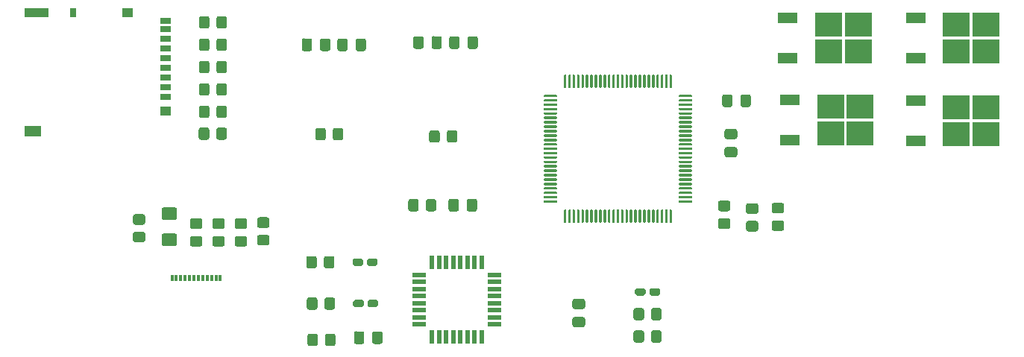
<source format=gbr>
%TF.GenerationSoftware,KiCad,Pcbnew,(5.1.9)-1*%
%TF.CreationDate,2021-03-02T01:46:48-05:00*%
%TF.ProjectId,sailboatController,7361696c-626f-4617-9443-6f6e74726f6c,rev?*%
%TF.SameCoordinates,Original*%
%TF.FileFunction,Paste,Top*%
%TF.FilePolarity,Positive*%
%FSLAX46Y46*%
G04 Gerber Fmt 4.6, Leading zero omitted, Abs format (unit mm)*
G04 Created by KiCad (PCBNEW (5.1.9)-1) date 2021-03-02 01:46:48*
%MOMM*%
%LPD*%
G01*
G04 APERTURE LIST*
%ADD10R,3.050000X2.750000*%
%ADD11R,2.200000X1.200000*%
%ADD12R,0.550000X1.600000*%
%ADD13R,1.600000X0.550000*%
%ADD14R,1.900000X1.300000*%
%ADD15R,2.800000X1.000000*%
%ADD16R,0.800000X1.000000*%
%ADD17R,1.200000X1.000000*%
%ADD18R,1.200000X0.700000*%
%ADD19R,0.300000X0.700000*%
G04 APERTURE END LIST*
%TO.C,C12*%
G36*
G01*
X83787000Y-26728000D02*
X82837000Y-26728000D01*
G75*
G02*
X82587000Y-26478000I0J250000D01*
G01*
X82587000Y-25803000D01*
G75*
G02*
X82837000Y-25553000I250000J0D01*
G01*
X83787000Y-25553000D01*
G75*
G02*
X84037000Y-25803000I0J-250000D01*
G01*
X84037000Y-26478000D01*
G75*
G02*
X83787000Y-26728000I-250000J0D01*
G01*
G37*
G36*
G01*
X83787000Y-28803000D02*
X82837000Y-28803000D01*
G75*
G02*
X82587000Y-28553000I0J250000D01*
G01*
X82587000Y-27878000D01*
G75*
G02*
X82837000Y-27628000I250000J0D01*
G01*
X83787000Y-27628000D01*
G75*
G02*
X84037000Y-27878000I0J-250000D01*
G01*
X84037000Y-28553000D01*
G75*
G02*
X83787000Y-28803000I-250000J0D01*
G01*
G37*
%TD*%
%TO.C,C3*%
G36*
G01*
X66515000Y-48107000D02*
X65565000Y-48107000D01*
G75*
G02*
X65315000Y-47857000I0J250000D01*
G01*
X65315000Y-47182000D01*
G75*
G02*
X65565000Y-46932000I250000J0D01*
G01*
X66515000Y-46932000D01*
G75*
G02*
X66765000Y-47182000I0J-250000D01*
G01*
X66765000Y-47857000D01*
G75*
G02*
X66515000Y-48107000I-250000J0D01*
G01*
G37*
G36*
G01*
X66515000Y-46032000D02*
X65565000Y-46032000D01*
G75*
G02*
X65315000Y-45782000I0J250000D01*
G01*
X65315000Y-45107000D01*
G75*
G02*
X65565000Y-44857000I250000J0D01*
G01*
X66515000Y-44857000D01*
G75*
G02*
X66765000Y-45107000I0J-250000D01*
G01*
X66765000Y-45782000D01*
G75*
G02*
X66515000Y-46032000I-250000J0D01*
G01*
G37*
%TD*%
D10*
%TO.C,U7*%
X94405000Y-16764000D03*
X97755000Y-13714000D03*
X94405000Y-13714000D03*
X97755000Y-16764000D03*
D11*
X89780000Y-17519000D03*
X89780000Y-12959000D03*
%TD*%
D10*
%TO.C,U6*%
X94624000Y-26037000D03*
X97974000Y-22987000D03*
X94624000Y-22987000D03*
X97974000Y-26037000D03*
D11*
X89999000Y-26792000D03*
X89999000Y-22232000D03*
%TD*%
D10*
%TO.C,U5*%
X108918000Y-16764000D03*
X112268000Y-13714000D03*
X108918000Y-13714000D03*
X112268000Y-16764000D03*
D11*
X104293000Y-17519000D03*
X104293000Y-12959000D03*
%TD*%
%TO.C,U4*%
G36*
G01*
X77485000Y-21663000D02*
X78810000Y-21663000D01*
G75*
G02*
X78885000Y-21738000I0J-75000D01*
G01*
X78885000Y-21888000D01*
G75*
G02*
X78810000Y-21963000I-75000J0D01*
G01*
X77485000Y-21963000D01*
G75*
G02*
X77410000Y-21888000I0J75000D01*
G01*
X77410000Y-21738000D01*
G75*
G02*
X77485000Y-21663000I75000J0D01*
G01*
G37*
G36*
G01*
X77485000Y-22163000D02*
X78810000Y-22163000D01*
G75*
G02*
X78885000Y-22238000I0J-75000D01*
G01*
X78885000Y-22388000D01*
G75*
G02*
X78810000Y-22463000I-75000J0D01*
G01*
X77485000Y-22463000D01*
G75*
G02*
X77410000Y-22388000I0J75000D01*
G01*
X77410000Y-22238000D01*
G75*
G02*
X77485000Y-22163000I75000J0D01*
G01*
G37*
G36*
G01*
X77485000Y-22663000D02*
X78810000Y-22663000D01*
G75*
G02*
X78885000Y-22738000I0J-75000D01*
G01*
X78885000Y-22888000D01*
G75*
G02*
X78810000Y-22963000I-75000J0D01*
G01*
X77485000Y-22963000D01*
G75*
G02*
X77410000Y-22888000I0J75000D01*
G01*
X77410000Y-22738000D01*
G75*
G02*
X77485000Y-22663000I75000J0D01*
G01*
G37*
G36*
G01*
X77485000Y-23163000D02*
X78810000Y-23163000D01*
G75*
G02*
X78885000Y-23238000I0J-75000D01*
G01*
X78885000Y-23388000D01*
G75*
G02*
X78810000Y-23463000I-75000J0D01*
G01*
X77485000Y-23463000D01*
G75*
G02*
X77410000Y-23388000I0J75000D01*
G01*
X77410000Y-23238000D01*
G75*
G02*
X77485000Y-23163000I75000J0D01*
G01*
G37*
G36*
G01*
X77485000Y-23663000D02*
X78810000Y-23663000D01*
G75*
G02*
X78885000Y-23738000I0J-75000D01*
G01*
X78885000Y-23888000D01*
G75*
G02*
X78810000Y-23963000I-75000J0D01*
G01*
X77485000Y-23963000D01*
G75*
G02*
X77410000Y-23888000I0J75000D01*
G01*
X77410000Y-23738000D01*
G75*
G02*
X77485000Y-23663000I75000J0D01*
G01*
G37*
G36*
G01*
X77485000Y-24163000D02*
X78810000Y-24163000D01*
G75*
G02*
X78885000Y-24238000I0J-75000D01*
G01*
X78885000Y-24388000D01*
G75*
G02*
X78810000Y-24463000I-75000J0D01*
G01*
X77485000Y-24463000D01*
G75*
G02*
X77410000Y-24388000I0J75000D01*
G01*
X77410000Y-24238000D01*
G75*
G02*
X77485000Y-24163000I75000J0D01*
G01*
G37*
G36*
G01*
X77485000Y-24663000D02*
X78810000Y-24663000D01*
G75*
G02*
X78885000Y-24738000I0J-75000D01*
G01*
X78885000Y-24888000D01*
G75*
G02*
X78810000Y-24963000I-75000J0D01*
G01*
X77485000Y-24963000D01*
G75*
G02*
X77410000Y-24888000I0J75000D01*
G01*
X77410000Y-24738000D01*
G75*
G02*
X77485000Y-24663000I75000J0D01*
G01*
G37*
G36*
G01*
X77485000Y-25163000D02*
X78810000Y-25163000D01*
G75*
G02*
X78885000Y-25238000I0J-75000D01*
G01*
X78885000Y-25388000D01*
G75*
G02*
X78810000Y-25463000I-75000J0D01*
G01*
X77485000Y-25463000D01*
G75*
G02*
X77410000Y-25388000I0J75000D01*
G01*
X77410000Y-25238000D01*
G75*
G02*
X77485000Y-25163000I75000J0D01*
G01*
G37*
G36*
G01*
X77485000Y-25663000D02*
X78810000Y-25663000D01*
G75*
G02*
X78885000Y-25738000I0J-75000D01*
G01*
X78885000Y-25888000D01*
G75*
G02*
X78810000Y-25963000I-75000J0D01*
G01*
X77485000Y-25963000D01*
G75*
G02*
X77410000Y-25888000I0J75000D01*
G01*
X77410000Y-25738000D01*
G75*
G02*
X77485000Y-25663000I75000J0D01*
G01*
G37*
G36*
G01*
X77485000Y-26163000D02*
X78810000Y-26163000D01*
G75*
G02*
X78885000Y-26238000I0J-75000D01*
G01*
X78885000Y-26388000D01*
G75*
G02*
X78810000Y-26463000I-75000J0D01*
G01*
X77485000Y-26463000D01*
G75*
G02*
X77410000Y-26388000I0J75000D01*
G01*
X77410000Y-26238000D01*
G75*
G02*
X77485000Y-26163000I75000J0D01*
G01*
G37*
G36*
G01*
X77485000Y-26663000D02*
X78810000Y-26663000D01*
G75*
G02*
X78885000Y-26738000I0J-75000D01*
G01*
X78885000Y-26888000D01*
G75*
G02*
X78810000Y-26963000I-75000J0D01*
G01*
X77485000Y-26963000D01*
G75*
G02*
X77410000Y-26888000I0J75000D01*
G01*
X77410000Y-26738000D01*
G75*
G02*
X77485000Y-26663000I75000J0D01*
G01*
G37*
G36*
G01*
X77485000Y-27163000D02*
X78810000Y-27163000D01*
G75*
G02*
X78885000Y-27238000I0J-75000D01*
G01*
X78885000Y-27388000D01*
G75*
G02*
X78810000Y-27463000I-75000J0D01*
G01*
X77485000Y-27463000D01*
G75*
G02*
X77410000Y-27388000I0J75000D01*
G01*
X77410000Y-27238000D01*
G75*
G02*
X77485000Y-27163000I75000J0D01*
G01*
G37*
G36*
G01*
X77485000Y-27663000D02*
X78810000Y-27663000D01*
G75*
G02*
X78885000Y-27738000I0J-75000D01*
G01*
X78885000Y-27888000D01*
G75*
G02*
X78810000Y-27963000I-75000J0D01*
G01*
X77485000Y-27963000D01*
G75*
G02*
X77410000Y-27888000I0J75000D01*
G01*
X77410000Y-27738000D01*
G75*
G02*
X77485000Y-27663000I75000J0D01*
G01*
G37*
G36*
G01*
X77485000Y-28163000D02*
X78810000Y-28163000D01*
G75*
G02*
X78885000Y-28238000I0J-75000D01*
G01*
X78885000Y-28388000D01*
G75*
G02*
X78810000Y-28463000I-75000J0D01*
G01*
X77485000Y-28463000D01*
G75*
G02*
X77410000Y-28388000I0J75000D01*
G01*
X77410000Y-28238000D01*
G75*
G02*
X77485000Y-28163000I75000J0D01*
G01*
G37*
G36*
G01*
X77485000Y-28663000D02*
X78810000Y-28663000D01*
G75*
G02*
X78885000Y-28738000I0J-75000D01*
G01*
X78885000Y-28888000D01*
G75*
G02*
X78810000Y-28963000I-75000J0D01*
G01*
X77485000Y-28963000D01*
G75*
G02*
X77410000Y-28888000I0J75000D01*
G01*
X77410000Y-28738000D01*
G75*
G02*
X77485000Y-28663000I75000J0D01*
G01*
G37*
G36*
G01*
X77485000Y-29163000D02*
X78810000Y-29163000D01*
G75*
G02*
X78885000Y-29238000I0J-75000D01*
G01*
X78885000Y-29388000D01*
G75*
G02*
X78810000Y-29463000I-75000J0D01*
G01*
X77485000Y-29463000D01*
G75*
G02*
X77410000Y-29388000I0J75000D01*
G01*
X77410000Y-29238000D01*
G75*
G02*
X77485000Y-29163000I75000J0D01*
G01*
G37*
G36*
G01*
X77485000Y-29663000D02*
X78810000Y-29663000D01*
G75*
G02*
X78885000Y-29738000I0J-75000D01*
G01*
X78885000Y-29888000D01*
G75*
G02*
X78810000Y-29963000I-75000J0D01*
G01*
X77485000Y-29963000D01*
G75*
G02*
X77410000Y-29888000I0J75000D01*
G01*
X77410000Y-29738000D01*
G75*
G02*
X77485000Y-29663000I75000J0D01*
G01*
G37*
G36*
G01*
X77485000Y-30163000D02*
X78810000Y-30163000D01*
G75*
G02*
X78885000Y-30238000I0J-75000D01*
G01*
X78885000Y-30388000D01*
G75*
G02*
X78810000Y-30463000I-75000J0D01*
G01*
X77485000Y-30463000D01*
G75*
G02*
X77410000Y-30388000I0J75000D01*
G01*
X77410000Y-30238000D01*
G75*
G02*
X77485000Y-30163000I75000J0D01*
G01*
G37*
G36*
G01*
X77485000Y-30663000D02*
X78810000Y-30663000D01*
G75*
G02*
X78885000Y-30738000I0J-75000D01*
G01*
X78885000Y-30888000D01*
G75*
G02*
X78810000Y-30963000I-75000J0D01*
G01*
X77485000Y-30963000D01*
G75*
G02*
X77410000Y-30888000I0J75000D01*
G01*
X77410000Y-30738000D01*
G75*
G02*
X77485000Y-30663000I75000J0D01*
G01*
G37*
G36*
G01*
X77485000Y-31163000D02*
X78810000Y-31163000D01*
G75*
G02*
X78885000Y-31238000I0J-75000D01*
G01*
X78885000Y-31388000D01*
G75*
G02*
X78810000Y-31463000I-75000J0D01*
G01*
X77485000Y-31463000D01*
G75*
G02*
X77410000Y-31388000I0J75000D01*
G01*
X77410000Y-31238000D01*
G75*
G02*
X77485000Y-31163000I75000J0D01*
G01*
G37*
G36*
G01*
X77485000Y-31663000D02*
X78810000Y-31663000D01*
G75*
G02*
X78885000Y-31738000I0J-75000D01*
G01*
X78885000Y-31888000D01*
G75*
G02*
X78810000Y-31963000I-75000J0D01*
G01*
X77485000Y-31963000D01*
G75*
G02*
X77410000Y-31888000I0J75000D01*
G01*
X77410000Y-31738000D01*
G75*
G02*
X77485000Y-31663000I75000J0D01*
G01*
G37*
G36*
G01*
X77485000Y-32163000D02*
X78810000Y-32163000D01*
G75*
G02*
X78885000Y-32238000I0J-75000D01*
G01*
X78885000Y-32388000D01*
G75*
G02*
X78810000Y-32463000I-75000J0D01*
G01*
X77485000Y-32463000D01*
G75*
G02*
X77410000Y-32388000I0J75000D01*
G01*
X77410000Y-32238000D01*
G75*
G02*
X77485000Y-32163000I75000J0D01*
G01*
G37*
G36*
G01*
X77485000Y-32663000D02*
X78810000Y-32663000D01*
G75*
G02*
X78885000Y-32738000I0J-75000D01*
G01*
X78885000Y-32888000D01*
G75*
G02*
X78810000Y-32963000I-75000J0D01*
G01*
X77485000Y-32963000D01*
G75*
G02*
X77410000Y-32888000I0J75000D01*
G01*
X77410000Y-32738000D01*
G75*
G02*
X77485000Y-32663000I75000J0D01*
G01*
G37*
G36*
G01*
X77485000Y-33163000D02*
X78810000Y-33163000D01*
G75*
G02*
X78885000Y-33238000I0J-75000D01*
G01*
X78885000Y-33388000D01*
G75*
G02*
X78810000Y-33463000I-75000J0D01*
G01*
X77485000Y-33463000D01*
G75*
G02*
X77410000Y-33388000I0J75000D01*
G01*
X77410000Y-33238000D01*
G75*
G02*
X77485000Y-33163000I75000J0D01*
G01*
G37*
G36*
G01*
X77485000Y-33663000D02*
X78810000Y-33663000D01*
G75*
G02*
X78885000Y-33738000I0J-75000D01*
G01*
X78885000Y-33888000D01*
G75*
G02*
X78810000Y-33963000I-75000J0D01*
G01*
X77485000Y-33963000D01*
G75*
G02*
X77410000Y-33888000I0J75000D01*
G01*
X77410000Y-33738000D01*
G75*
G02*
X77485000Y-33663000I75000J0D01*
G01*
G37*
G36*
G01*
X76410000Y-34738000D02*
X76560000Y-34738000D01*
G75*
G02*
X76635000Y-34813000I0J-75000D01*
G01*
X76635000Y-36138000D01*
G75*
G02*
X76560000Y-36213000I-75000J0D01*
G01*
X76410000Y-36213000D01*
G75*
G02*
X76335000Y-36138000I0J75000D01*
G01*
X76335000Y-34813000D01*
G75*
G02*
X76410000Y-34738000I75000J0D01*
G01*
G37*
G36*
G01*
X75910000Y-34738000D02*
X76060000Y-34738000D01*
G75*
G02*
X76135000Y-34813000I0J-75000D01*
G01*
X76135000Y-36138000D01*
G75*
G02*
X76060000Y-36213000I-75000J0D01*
G01*
X75910000Y-36213000D01*
G75*
G02*
X75835000Y-36138000I0J75000D01*
G01*
X75835000Y-34813000D01*
G75*
G02*
X75910000Y-34738000I75000J0D01*
G01*
G37*
G36*
G01*
X75410000Y-34738000D02*
X75560000Y-34738000D01*
G75*
G02*
X75635000Y-34813000I0J-75000D01*
G01*
X75635000Y-36138000D01*
G75*
G02*
X75560000Y-36213000I-75000J0D01*
G01*
X75410000Y-36213000D01*
G75*
G02*
X75335000Y-36138000I0J75000D01*
G01*
X75335000Y-34813000D01*
G75*
G02*
X75410000Y-34738000I75000J0D01*
G01*
G37*
G36*
G01*
X74910000Y-34738000D02*
X75060000Y-34738000D01*
G75*
G02*
X75135000Y-34813000I0J-75000D01*
G01*
X75135000Y-36138000D01*
G75*
G02*
X75060000Y-36213000I-75000J0D01*
G01*
X74910000Y-36213000D01*
G75*
G02*
X74835000Y-36138000I0J75000D01*
G01*
X74835000Y-34813000D01*
G75*
G02*
X74910000Y-34738000I75000J0D01*
G01*
G37*
G36*
G01*
X74410000Y-34738000D02*
X74560000Y-34738000D01*
G75*
G02*
X74635000Y-34813000I0J-75000D01*
G01*
X74635000Y-36138000D01*
G75*
G02*
X74560000Y-36213000I-75000J0D01*
G01*
X74410000Y-36213000D01*
G75*
G02*
X74335000Y-36138000I0J75000D01*
G01*
X74335000Y-34813000D01*
G75*
G02*
X74410000Y-34738000I75000J0D01*
G01*
G37*
G36*
G01*
X73910000Y-34738000D02*
X74060000Y-34738000D01*
G75*
G02*
X74135000Y-34813000I0J-75000D01*
G01*
X74135000Y-36138000D01*
G75*
G02*
X74060000Y-36213000I-75000J0D01*
G01*
X73910000Y-36213000D01*
G75*
G02*
X73835000Y-36138000I0J75000D01*
G01*
X73835000Y-34813000D01*
G75*
G02*
X73910000Y-34738000I75000J0D01*
G01*
G37*
G36*
G01*
X73410000Y-34738000D02*
X73560000Y-34738000D01*
G75*
G02*
X73635000Y-34813000I0J-75000D01*
G01*
X73635000Y-36138000D01*
G75*
G02*
X73560000Y-36213000I-75000J0D01*
G01*
X73410000Y-36213000D01*
G75*
G02*
X73335000Y-36138000I0J75000D01*
G01*
X73335000Y-34813000D01*
G75*
G02*
X73410000Y-34738000I75000J0D01*
G01*
G37*
G36*
G01*
X72910000Y-34738000D02*
X73060000Y-34738000D01*
G75*
G02*
X73135000Y-34813000I0J-75000D01*
G01*
X73135000Y-36138000D01*
G75*
G02*
X73060000Y-36213000I-75000J0D01*
G01*
X72910000Y-36213000D01*
G75*
G02*
X72835000Y-36138000I0J75000D01*
G01*
X72835000Y-34813000D01*
G75*
G02*
X72910000Y-34738000I75000J0D01*
G01*
G37*
G36*
G01*
X72410000Y-34738000D02*
X72560000Y-34738000D01*
G75*
G02*
X72635000Y-34813000I0J-75000D01*
G01*
X72635000Y-36138000D01*
G75*
G02*
X72560000Y-36213000I-75000J0D01*
G01*
X72410000Y-36213000D01*
G75*
G02*
X72335000Y-36138000I0J75000D01*
G01*
X72335000Y-34813000D01*
G75*
G02*
X72410000Y-34738000I75000J0D01*
G01*
G37*
G36*
G01*
X71910000Y-34738000D02*
X72060000Y-34738000D01*
G75*
G02*
X72135000Y-34813000I0J-75000D01*
G01*
X72135000Y-36138000D01*
G75*
G02*
X72060000Y-36213000I-75000J0D01*
G01*
X71910000Y-36213000D01*
G75*
G02*
X71835000Y-36138000I0J75000D01*
G01*
X71835000Y-34813000D01*
G75*
G02*
X71910000Y-34738000I75000J0D01*
G01*
G37*
G36*
G01*
X71410000Y-34738000D02*
X71560000Y-34738000D01*
G75*
G02*
X71635000Y-34813000I0J-75000D01*
G01*
X71635000Y-36138000D01*
G75*
G02*
X71560000Y-36213000I-75000J0D01*
G01*
X71410000Y-36213000D01*
G75*
G02*
X71335000Y-36138000I0J75000D01*
G01*
X71335000Y-34813000D01*
G75*
G02*
X71410000Y-34738000I75000J0D01*
G01*
G37*
G36*
G01*
X70910000Y-34738000D02*
X71060000Y-34738000D01*
G75*
G02*
X71135000Y-34813000I0J-75000D01*
G01*
X71135000Y-36138000D01*
G75*
G02*
X71060000Y-36213000I-75000J0D01*
G01*
X70910000Y-36213000D01*
G75*
G02*
X70835000Y-36138000I0J75000D01*
G01*
X70835000Y-34813000D01*
G75*
G02*
X70910000Y-34738000I75000J0D01*
G01*
G37*
G36*
G01*
X70410000Y-34738000D02*
X70560000Y-34738000D01*
G75*
G02*
X70635000Y-34813000I0J-75000D01*
G01*
X70635000Y-36138000D01*
G75*
G02*
X70560000Y-36213000I-75000J0D01*
G01*
X70410000Y-36213000D01*
G75*
G02*
X70335000Y-36138000I0J75000D01*
G01*
X70335000Y-34813000D01*
G75*
G02*
X70410000Y-34738000I75000J0D01*
G01*
G37*
G36*
G01*
X69910000Y-34738000D02*
X70060000Y-34738000D01*
G75*
G02*
X70135000Y-34813000I0J-75000D01*
G01*
X70135000Y-36138000D01*
G75*
G02*
X70060000Y-36213000I-75000J0D01*
G01*
X69910000Y-36213000D01*
G75*
G02*
X69835000Y-36138000I0J75000D01*
G01*
X69835000Y-34813000D01*
G75*
G02*
X69910000Y-34738000I75000J0D01*
G01*
G37*
G36*
G01*
X69410000Y-34738000D02*
X69560000Y-34738000D01*
G75*
G02*
X69635000Y-34813000I0J-75000D01*
G01*
X69635000Y-36138000D01*
G75*
G02*
X69560000Y-36213000I-75000J0D01*
G01*
X69410000Y-36213000D01*
G75*
G02*
X69335000Y-36138000I0J75000D01*
G01*
X69335000Y-34813000D01*
G75*
G02*
X69410000Y-34738000I75000J0D01*
G01*
G37*
G36*
G01*
X68910000Y-34738000D02*
X69060000Y-34738000D01*
G75*
G02*
X69135000Y-34813000I0J-75000D01*
G01*
X69135000Y-36138000D01*
G75*
G02*
X69060000Y-36213000I-75000J0D01*
G01*
X68910000Y-36213000D01*
G75*
G02*
X68835000Y-36138000I0J75000D01*
G01*
X68835000Y-34813000D01*
G75*
G02*
X68910000Y-34738000I75000J0D01*
G01*
G37*
G36*
G01*
X68410000Y-34738000D02*
X68560000Y-34738000D01*
G75*
G02*
X68635000Y-34813000I0J-75000D01*
G01*
X68635000Y-36138000D01*
G75*
G02*
X68560000Y-36213000I-75000J0D01*
G01*
X68410000Y-36213000D01*
G75*
G02*
X68335000Y-36138000I0J75000D01*
G01*
X68335000Y-34813000D01*
G75*
G02*
X68410000Y-34738000I75000J0D01*
G01*
G37*
G36*
G01*
X67910000Y-34738000D02*
X68060000Y-34738000D01*
G75*
G02*
X68135000Y-34813000I0J-75000D01*
G01*
X68135000Y-36138000D01*
G75*
G02*
X68060000Y-36213000I-75000J0D01*
G01*
X67910000Y-36213000D01*
G75*
G02*
X67835000Y-36138000I0J75000D01*
G01*
X67835000Y-34813000D01*
G75*
G02*
X67910000Y-34738000I75000J0D01*
G01*
G37*
G36*
G01*
X67410000Y-34738000D02*
X67560000Y-34738000D01*
G75*
G02*
X67635000Y-34813000I0J-75000D01*
G01*
X67635000Y-36138000D01*
G75*
G02*
X67560000Y-36213000I-75000J0D01*
G01*
X67410000Y-36213000D01*
G75*
G02*
X67335000Y-36138000I0J75000D01*
G01*
X67335000Y-34813000D01*
G75*
G02*
X67410000Y-34738000I75000J0D01*
G01*
G37*
G36*
G01*
X66910000Y-34738000D02*
X67060000Y-34738000D01*
G75*
G02*
X67135000Y-34813000I0J-75000D01*
G01*
X67135000Y-36138000D01*
G75*
G02*
X67060000Y-36213000I-75000J0D01*
G01*
X66910000Y-36213000D01*
G75*
G02*
X66835000Y-36138000I0J75000D01*
G01*
X66835000Y-34813000D01*
G75*
G02*
X66910000Y-34738000I75000J0D01*
G01*
G37*
G36*
G01*
X66410000Y-34738000D02*
X66560000Y-34738000D01*
G75*
G02*
X66635000Y-34813000I0J-75000D01*
G01*
X66635000Y-36138000D01*
G75*
G02*
X66560000Y-36213000I-75000J0D01*
G01*
X66410000Y-36213000D01*
G75*
G02*
X66335000Y-36138000I0J75000D01*
G01*
X66335000Y-34813000D01*
G75*
G02*
X66410000Y-34738000I75000J0D01*
G01*
G37*
G36*
G01*
X65910000Y-34738000D02*
X66060000Y-34738000D01*
G75*
G02*
X66135000Y-34813000I0J-75000D01*
G01*
X66135000Y-36138000D01*
G75*
G02*
X66060000Y-36213000I-75000J0D01*
G01*
X65910000Y-36213000D01*
G75*
G02*
X65835000Y-36138000I0J75000D01*
G01*
X65835000Y-34813000D01*
G75*
G02*
X65910000Y-34738000I75000J0D01*
G01*
G37*
G36*
G01*
X65410000Y-34738000D02*
X65560000Y-34738000D01*
G75*
G02*
X65635000Y-34813000I0J-75000D01*
G01*
X65635000Y-36138000D01*
G75*
G02*
X65560000Y-36213000I-75000J0D01*
G01*
X65410000Y-36213000D01*
G75*
G02*
X65335000Y-36138000I0J75000D01*
G01*
X65335000Y-34813000D01*
G75*
G02*
X65410000Y-34738000I75000J0D01*
G01*
G37*
G36*
G01*
X64910000Y-34738000D02*
X65060000Y-34738000D01*
G75*
G02*
X65135000Y-34813000I0J-75000D01*
G01*
X65135000Y-36138000D01*
G75*
G02*
X65060000Y-36213000I-75000J0D01*
G01*
X64910000Y-36213000D01*
G75*
G02*
X64835000Y-36138000I0J75000D01*
G01*
X64835000Y-34813000D01*
G75*
G02*
X64910000Y-34738000I75000J0D01*
G01*
G37*
G36*
G01*
X64410000Y-34738000D02*
X64560000Y-34738000D01*
G75*
G02*
X64635000Y-34813000I0J-75000D01*
G01*
X64635000Y-36138000D01*
G75*
G02*
X64560000Y-36213000I-75000J0D01*
G01*
X64410000Y-36213000D01*
G75*
G02*
X64335000Y-36138000I0J75000D01*
G01*
X64335000Y-34813000D01*
G75*
G02*
X64410000Y-34738000I75000J0D01*
G01*
G37*
G36*
G01*
X62160000Y-33663000D02*
X63485000Y-33663000D01*
G75*
G02*
X63560000Y-33738000I0J-75000D01*
G01*
X63560000Y-33888000D01*
G75*
G02*
X63485000Y-33963000I-75000J0D01*
G01*
X62160000Y-33963000D01*
G75*
G02*
X62085000Y-33888000I0J75000D01*
G01*
X62085000Y-33738000D01*
G75*
G02*
X62160000Y-33663000I75000J0D01*
G01*
G37*
G36*
G01*
X62160000Y-33163000D02*
X63485000Y-33163000D01*
G75*
G02*
X63560000Y-33238000I0J-75000D01*
G01*
X63560000Y-33388000D01*
G75*
G02*
X63485000Y-33463000I-75000J0D01*
G01*
X62160000Y-33463000D01*
G75*
G02*
X62085000Y-33388000I0J75000D01*
G01*
X62085000Y-33238000D01*
G75*
G02*
X62160000Y-33163000I75000J0D01*
G01*
G37*
G36*
G01*
X62160000Y-32663000D02*
X63485000Y-32663000D01*
G75*
G02*
X63560000Y-32738000I0J-75000D01*
G01*
X63560000Y-32888000D01*
G75*
G02*
X63485000Y-32963000I-75000J0D01*
G01*
X62160000Y-32963000D01*
G75*
G02*
X62085000Y-32888000I0J75000D01*
G01*
X62085000Y-32738000D01*
G75*
G02*
X62160000Y-32663000I75000J0D01*
G01*
G37*
G36*
G01*
X62160000Y-32163000D02*
X63485000Y-32163000D01*
G75*
G02*
X63560000Y-32238000I0J-75000D01*
G01*
X63560000Y-32388000D01*
G75*
G02*
X63485000Y-32463000I-75000J0D01*
G01*
X62160000Y-32463000D01*
G75*
G02*
X62085000Y-32388000I0J75000D01*
G01*
X62085000Y-32238000D01*
G75*
G02*
X62160000Y-32163000I75000J0D01*
G01*
G37*
G36*
G01*
X62160000Y-31663000D02*
X63485000Y-31663000D01*
G75*
G02*
X63560000Y-31738000I0J-75000D01*
G01*
X63560000Y-31888000D01*
G75*
G02*
X63485000Y-31963000I-75000J0D01*
G01*
X62160000Y-31963000D01*
G75*
G02*
X62085000Y-31888000I0J75000D01*
G01*
X62085000Y-31738000D01*
G75*
G02*
X62160000Y-31663000I75000J0D01*
G01*
G37*
G36*
G01*
X62160000Y-31163000D02*
X63485000Y-31163000D01*
G75*
G02*
X63560000Y-31238000I0J-75000D01*
G01*
X63560000Y-31388000D01*
G75*
G02*
X63485000Y-31463000I-75000J0D01*
G01*
X62160000Y-31463000D01*
G75*
G02*
X62085000Y-31388000I0J75000D01*
G01*
X62085000Y-31238000D01*
G75*
G02*
X62160000Y-31163000I75000J0D01*
G01*
G37*
G36*
G01*
X62160000Y-30663000D02*
X63485000Y-30663000D01*
G75*
G02*
X63560000Y-30738000I0J-75000D01*
G01*
X63560000Y-30888000D01*
G75*
G02*
X63485000Y-30963000I-75000J0D01*
G01*
X62160000Y-30963000D01*
G75*
G02*
X62085000Y-30888000I0J75000D01*
G01*
X62085000Y-30738000D01*
G75*
G02*
X62160000Y-30663000I75000J0D01*
G01*
G37*
G36*
G01*
X62160000Y-30163000D02*
X63485000Y-30163000D01*
G75*
G02*
X63560000Y-30238000I0J-75000D01*
G01*
X63560000Y-30388000D01*
G75*
G02*
X63485000Y-30463000I-75000J0D01*
G01*
X62160000Y-30463000D01*
G75*
G02*
X62085000Y-30388000I0J75000D01*
G01*
X62085000Y-30238000D01*
G75*
G02*
X62160000Y-30163000I75000J0D01*
G01*
G37*
G36*
G01*
X62160000Y-29663000D02*
X63485000Y-29663000D01*
G75*
G02*
X63560000Y-29738000I0J-75000D01*
G01*
X63560000Y-29888000D01*
G75*
G02*
X63485000Y-29963000I-75000J0D01*
G01*
X62160000Y-29963000D01*
G75*
G02*
X62085000Y-29888000I0J75000D01*
G01*
X62085000Y-29738000D01*
G75*
G02*
X62160000Y-29663000I75000J0D01*
G01*
G37*
G36*
G01*
X62160000Y-29163000D02*
X63485000Y-29163000D01*
G75*
G02*
X63560000Y-29238000I0J-75000D01*
G01*
X63560000Y-29388000D01*
G75*
G02*
X63485000Y-29463000I-75000J0D01*
G01*
X62160000Y-29463000D01*
G75*
G02*
X62085000Y-29388000I0J75000D01*
G01*
X62085000Y-29238000D01*
G75*
G02*
X62160000Y-29163000I75000J0D01*
G01*
G37*
G36*
G01*
X62160000Y-28663000D02*
X63485000Y-28663000D01*
G75*
G02*
X63560000Y-28738000I0J-75000D01*
G01*
X63560000Y-28888000D01*
G75*
G02*
X63485000Y-28963000I-75000J0D01*
G01*
X62160000Y-28963000D01*
G75*
G02*
X62085000Y-28888000I0J75000D01*
G01*
X62085000Y-28738000D01*
G75*
G02*
X62160000Y-28663000I75000J0D01*
G01*
G37*
G36*
G01*
X62160000Y-28163000D02*
X63485000Y-28163000D01*
G75*
G02*
X63560000Y-28238000I0J-75000D01*
G01*
X63560000Y-28388000D01*
G75*
G02*
X63485000Y-28463000I-75000J0D01*
G01*
X62160000Y-28463000D01*
G75*
G02*
X62085000Y-28388000I0J75000D01*
G01*
X62085000Y-28238000D01*
G75*
G02*
X62160000Y-28163000I75000J0D01*
G01*
G37*
G36*
G01*
X62160000Y-27663000D02*
X63485000Y-27663000D01*
G75*
G02*
X63560000Y-27738000I0J-75000D01*
G01*
X63560000Y-27888000D01*
G75*
G02*
X63485000Y-27963000I-75000J0D01*
G01*
X62160000Y-27963000D01*
G75*
G02*
X62085000Y-27888000I0J75000D01*
G01*
X62085000Y-27738000D01*
G75*
G02*
X62160000Y-27663000I75000J0D01*
G01*
G37*
G36*
G01*
X62160000Y-27163000D02*
X63485000Y-27163000D01*
G75*
G02*
X63560000Y-27238000I0J-75000D01*
G01*
X63560000Y-27388000D01*
G75*
G02*
X63485000Y-27463000I-75000J0D01*
G01*
X62160000Y-27463000D01*
G75*
G02*
X62085000Y-27388000I0J75000D01*
G01*
X62085000Y-27238000D01*
G75*
G02*
X62160000Y-27163000I75000J0D01*
G01*
G37*
G36*
G01*
X62160000Y-26663000D02*
X63485000Y-26663000D01*
G75*
G02*
X63560000Y-26738000I0J-75000D01*
G01*
X63560000Y-26888000D01*
G75*
G02*
X63485000Y-26963000I-75000J0D01*
G01*
X62160000Y-26963000D01*
G75*
G02*
X62085000Y-26888000I0J75000D01*
G01*
X62085000Y-26738000D01*
G75*
G02*
X62160000Y-26663000I75000J0D01*
G01*
G37*
G36*
G01*
X62160000Y-26163000D02*
X63485000Y-26163000D01*
G75*
G02*
X63560000Y-26238000I0J-75000D01*
G01*
X63560000Y-26388000D01*
G75*
G02*
X63485000Y-26463000I-75000J0D01*
G01*
X62160000Y-26463000D01*
G75*
G02*
X62085000Y-26388000I0J75000D01*
G01*
X62085000Y-26238000D01*
G75*
G02*
X62160000Y-26163000I75000J0D01*
G01*
G37*
G36*
G01*
X62160000Y-25663000D02*
X63485000Y-25663000D01*
G75*
G02*
X63560000Y-25738000I0J-75000D01*
G01*
X63560000Y-25888000D01*
G75*
G02*
X63485000Y-25963000I-75000J0D01*
G01*
X62160000Y-25963000D01*
G75*
G02*
X62085000Y-25888000I0J75000D01*
G01*
X62085000Y-25738000D01*
G75*
G02*
X62160000Y-25663000I75000J0D01*
G01*
G37*
G36*
G01*
X62160000Y-25163000D02*
X63485000Y-25163000D01*
G75*
G02*
X63560000Y-25238000I0J-75000D01*
G01*
X63560000Y-25388000D01*
G75*
G02*
X63485000Y-25463000I-75000J0D01*
G01*
X62160000Y-25463000D01*
G75*
G02*
X62085000Y-25388000I0J75000D01*
G01*
X62085000Y-25238000D01*
G75*
G02*
X62160000Y-25163000I75000J0D01*
G01*
G37*
G36*
G01*
X62160000Y-24663000D02*
X63485000Y-24663000D01*
G75*
G02*
X63560000Y-24738000I0J-75000D01*
G01*
X63560000Y-24888000D01*
G75*
G02*
X63485000Y-24963000I-75000J0D01*
G01*
X62160000Y-24963000D01*
G75*
G02*
X62085000Y-24888000I0J75000D01*
G01*
X62085000Y-24738000D01*
G75*
G02*
X62160000Y-24663000I75000J0D01*
G01*
G37*
G36*
G01*
X62160000Y-24163000D02*
X63485000Y-24163000D01*
G75*
G02*
X63560000Y-24238000I0J-75000D01*
G01*
X63560000Y-24388000D01*
G75*
G02*
X63485000Y-24463000I-75000J0D01*
G01*
X62160000Y-24463000D01*
G75*
G02*
X62085000Y-24388000I0J75000D01*
G01*
X62085000Y-24238000D01*
G75*
G02*
X62160000Y-24163000I75000J0D01*
G01*
G37*
G36*
G01*
X62160000Y-23663000D02*
X63485000Y-23663000D01*
G75*
G02*
X63560000Y-23738000I0J-75000D01*
G01*
X63560000Y-23888000D01*
G75*
G02*
X63485000Y-23963000I-75000J0D01*
G01*
X62160000Y-23963000D01*
G75*
G02*
X62085000Y-23888000I0J75000D01*
G01*
X62085000Y-23738000D01*
G75*
G02*
X62160000Y-23663000I75000J0D01*
G01*
G37*
G36*
G01*
X62160000Y-23163000D02*
X63485000Y-23163000D01*
G75*
G02*
X63560000Y-23238000I0J-75000D01*
G01*
X63560000Y-23388000D01*
G75*
G02*
X63485000Y-23463000I-75000J0D01*
G01*
X62160000Y-23463000D01*
G75*
G02*
X62085000Y-23388000I0J75000D01*
G01*
X62085000Y-23238000D01*
G75*
G02*
X62160000Y-23163000I75000J0D01*
G01*
G37*
G36*
G01*
X62160000Y-22663000D02*
X63485000Y-22663000D01*
G75*
G02*
X63560000Y-22738000I0J-75000D01*
G01*
X63560000Y-22888000D01*
G75*
G02*
X63485000Y-22963000I-75000J0D01*
G01*
X62160000Y-22963000D01*
G75*
G02*
X62085000Y-22888000I0J75000D01*
G01*
X62085000Y-22738000D01*
G75*
G02*
X62160000Y-22663000I75000J0D01*
G01*
G37*
G36*
G01*
X62160000Y-22163000D02*
X63485000Y-22163000D01*
G75*
G02*
X63560000Y-22238000I0J-75000D01*
G01*
X63560000Y-22388000D01*
G75*
G02*
X63485000Y-22463000I-75000J0D01*
G01*
X62160000Y-22463000D01*
G75*
G02*
X62085000Y-22388000I0J75000D01*
G01*
X62085000Y-22238000D01*
G75*
G02*
X62160000Y-22163000I75000J0D01*
G01*
G37*
G36*
G01*
X62160000Y-21663000D02*
X63485000Y-21663000D01*
G75*
G02*
X63560000Y-21738000I0J-75000D01*
G01*
X63560000Y-21888000D01*
G75*
G02*
X63485000Y-21963000I-75000J0D01*
G01*
X62160000Y-21963000D01*
G75*
G02*
X62085000Y-21888000I0J75000D01*
G01*
X62085000Y-21738000D01*
G75*
G02*
X62160000Y-21663000I75000J0D01*
G01*
G37*
G36*
G01*
X64410000Y-19413000D02*
X64560000Y-19413000D01*
G75*
G02*
X64635000Y-19488000I0J-75000D01*
G01*
X64635000Y-20813000D01*
G75*
G02*
X64560000Y-20888000I-75000J0D01*
G01*
X64410000Y-20888000D01*
G75*
G02*
X64335000Y-20813000I0J75000D01*
G01*
X64335000Y-19488000D01*
G75*
G02*
X64410000Y-19413000I75000J0D01*
G01*
G37*
G36*
G01*
X64910000Y-19413000D02*
X65060000Y-19413000D01*
G75*
G02*
X65135000Y-19488000I0J-75000D01*
G01*
X65135000Y-20813000D01*
G75*
G02*
X65060000Y-20888000I-75000J0D01*
G01*
X64910000Y-20888000D01*
G75*
G02*
X64835000Y-20813000I0J75000D01*
G01*
X64835000Y-19488000D01*
G75*
G02*
X64910000Y-19413000I75000J0D01*
G01*
G37*
G36*
G01*
X65410000Y-19413000D02*
X65560000Y-19413000D01*
G75*
G02*
X65635000Y-19488000I0J-75000D01*
G01*
X65635000Y-20813000D01*
G75*
G02*
X65560000Y-20888000I-75000J0D01*
G01*
X65410000Y-20888000D01*
G75*
G02*
X65335000Y-20813000I0J75000D01*
G01*
X65335000Y-19488000D01*
G75*
G02*
X65410000Y-19413000I75000J0D01*
G01*
G37*
G36*
G01*
X65910000Y-19413000D02*
X66060000Y-19413000D01*
G75*
G02*
X66135000Y-19488000I0J-75000D01*
G01*
X66135000Y-20813000D01*
G75*
G02*
X66060000Y-20888000I-75000J0D01*
G01*
X65910000Y-20888000D01*
G75*
G02*
X65835000Y-20813000I0J75000D01*
G01*
X65835000Y-19488000D01*
G75*
G02*
X65910000Y-19413000I75000J0D01*
G01*
G37*
G36*
G01*
X66410000Y-19413000D02*
X66560000Y-19413000D01*
G75*
G02*
X66635000Y-19488000I0J-75000D01*
G01*
X66635000Y-20813000D01*
G75*
G02*
X66560000Y-20888000I-75000J0D01*
G01*
X66410000Y-20888000D01*
G75*
G02*
X66335000Y-20813000I0J75000D01*
G01*
X66335000Y-19488000D01*
G75*
G02*
X66410000Y-19413000I75000J0D01*
G01*
G37*
G36*
G01*
X66910000Y-19413000D02*
X67060000Y-19413000D01*
G75*
G02*
X67135000Y-19488000I0J-75000D01*
G01*
X67135000Y-20813000D01*
G75*
G02*
X67060000Y-20888000I-75000J0D01*
G01*
X66910000Y-20888000D01*
G75*
G02*
X66835000Y-20813000I0J75000D01*
G01*
X66835000Y-19488000D01*
G75*
G02*
X66910000Y-19413000I75000J0D01*
G01*
G37*
G36*
G01*
X67410000Y-19413000D02*
X67560000Y-19413000D01*
G75*
G02*
X67635000Y-19488000I0J-75000D01*
G01*
X67635000Y-20813000D01*
G75*
G02*
X67560000Y-20888000I-75000J0D01*
G01*
X67410000Y-20888000D01*
G75*
G02*
X67335000Y-20813000I0J75000D01*
G01*
X67335000Y-19488000D01*
G75*
G02*
X67410000Y-19413000I75000J0D01*
G01*
G37*
G36*
G01*
X67910000Y-19413000D02*
X68060000Y-19413000D01*
G75*
G02*
X68135000Y-19488000I0J-75000D01*
G01*
X68135000Y-20813000D01*
G75*
G02*
X68060000Y-20888000I-75000J0D01*
G01*
X67910000Y-20888000D01*
G75*
G02*
X67835000Y-20813000I0J75000D01*
G01*
X67835000Y-19488000D01*
G75*
G02*
X67910000Y-19413000I75000J0D01*
G01*
G37*
G36*
G01*
X68410000Y-19413000D02*
X68560000Y-19413000D01*
G75*
G02*
X68635000Y-19488000I0J-75000D01*
G01*
X68635000Y-20813000D01*
G75*
G02*
X68560000Y-20888000I-75000J0D01*
G01*
X68410000Y-20888000D01*
G75*
G02*
X68335000Y-20813000I0J75000D01*
G01*
X68335000Y-19488000D01*
G75*
G02*
X68410000Y-19413000I75000J0D01*
G01*
G37*
G36*
G01*
X68910000Y-19413000D02*
X69060000Y-19413000D01*
G75*
G02*
X69135000Y-19488000I0J-75000D01*
G01*
X69135000Y-20813000D01*
G75*
G02*
X69060000Y-20888000I-75000J0D01*
G01*
X68910000Y-20888000D01*
G75*
G02*
X68835000Y-20813000I0J75000D01*
G01*
X68835000Y-19488000D01*
G75*
G02*
X68910000Y-19413000I75000J0D01*
G01*
G37*
G36*
G01*
X69410000Y-19413000D02*
X69560000Y-19413000D01*
G75*
G02*
X69635000Y-19488000I0J-75000D01*
G01*
X69635000Y-20813000D01*
G75*
G02*
X69560000Y-20888000I-75000J0D01*
G01*
X69410000Y-20888000D01*
G75*
G02*
X69335000Y-20813000I0J75000D01*
G01*
X69335000Y-19488000D01*
G75*
G02*
X69410000Y-19413000I75000J0D01*
G01*
G37*
G36*
G01*
X69910000Y-19413000D02*
X70060000Y-19413000D01*
G75*
G02*
X70135000Y-19488000I0J-75000D01*
G01*
X70135000Y-20813000D01*
G75*
G02*
X70060000Y-20888000I-75000J0D01*
G01*
X69910000Y-20888000D01*
G75*
G02*
X69835000Y-20813000I0J75000D01*
G01*
X69835000Y-19488000D01*
G75*
G02*
X69910000Y-19413000I75000J0D01*
G01*
G37*
G36*
G01*
X70410000Y-19413000D02*
X70560000Y-19413000D01*
G75*
G02*
X70635000Y-19488000I0J-75000D01*
G01*
X70635000Y-20813000D01*
G75*
G02*
X70560000Y-20888000I-75000J0D01*
G01*
X70410000Y-20888000D01*
G75*
G02*
X70335000Y-20813000I0J75000D01*
G01*
X70335000Y-19488000D01*
G75*
G02*
X70410000Y-19413000I75000J0D01*
G01*
G37*
G36*
G01*
X70910000Y-19413000D02*
X71060000Y-19413000D01*
G75*
G02*
X71135000Y-19488000I0J-75000D01*
G01*
X71135000Y-20813000D01*
G75*
G02*
X71060000Y-20888000I-75000J0D01*
G01*
X70910000Y-20888000D01*
G75*
G02*
X70835000Y-20813000I0J75000D01*
G01*
X70835000Y-19488000D01*
G75*
G02*
X70910000Y-19413000I75000J0D01*
G01*
G37*
G36*
G01*
X71410000Y-19413000D02*
X71560000Y-19413000D01*
G75*
G02*
X71635000Y-19488000I0J-75000D01*
G01*
X71635000Y-20813000D01*
G75*
G02*
X71560000Y-20888000I-75000J0D01*
G01*
X71410000Y-20888000D01*
G75*
G02*
X71335000Y-20813000I0J75000D01*
G01*
X71335000Y-19488000D01*
G75*
G02*
X71410000Y-19413000I75000J0D01*
G01*
G37*
G36*
G01*
X71910000Y-19413000D02*
X72060000Y-19413000D01*
G75*
G02*
X72135000Y-19488000I0J-75000D01*
G01*
X72135000Y-20813000D01*
G75*
G02*
X72060000Y-20888000I-75000J0D01*
G01*
X71910000Y-20888000D01*
G75*
G02*
X71835000Y-20813000I0J75000D01*
G01*
X71835000Y-19488000D01*
G75*
G02*
X71910000Y-19413000I75000J0D01*
G01*
G37*
G36*
G01*
X72410000Y-19413000D02*
X72560000Y-19413000D01*
G75*
G02*
X72635000Y-19488000I0J-75000D01*
G01*
X72635000Y-20813000D01*
G75*
G02*
X72560000Y-20888000I-75000J0D01*
G01*
X72410000Y-20888000D01*
G75*
G02*
X72335000Y-20813000I0J75000D01*
G01*
X72335000Y-19488000D01*
G75*
G02*
X72410000Y-19413000I75000J0D01*
G01*
G37*
G36*
G01*
X72910000Y-19413000D02*
X73060000Y-19413000D01*
G75*
G02*
X73135000Y-19488000I0J-75000D01*
G01*
X73135000Y-20813000D01*
G75*
G02*
X73060000Y-20888000I-75000J0D01*
G01*
X72910000Y-20888000D01*
G75*
G02*
X72835000Y-20813000I0J75000D01*
G01*
X72835000Y-19488000D01*
G75*
G02*
X72910000Y-19413000I75000J0D01*
G01*
G37*
G36*
G01*
X73410000Y-19413000D02*
X73560000Y-19413000D01*
G75*
G02*
X73635000Y-19488000I0J-75000D01*
G01*
X73635000Y-20813000D01*
G75*
G02*
X73560000Y-20888000I-75000J0D01*
G01*
X73410000Y-20888000D01*
G75*
G02*
X73335000Y-20813000I0J75000D01*
G01*
X73335000Y-19488000D01*
G75*
G02*
X73410000Y-19413000I75000J0D01*
G01*
G37*
G36*
G01*
X73910000Y-19413000D02*
X74060000Y-19413000D01*
G75*
G02*
X74135000Y-19488000I0J-75000D01*
G01*
X74135000Y-20813000D01*
G75*
G02*
X74060000Y-20888000I-75000J0D01*
G01*
X73910000Y-20888000D01*
G75*
G02*
X73835000Y-20813000I0J75000D01*
G01*
X73835000Y-19488000D01*
G75*
G02*
X73910000Y-19413000I75000J0D01*
G01*
G37*
G36*
G01*
X74410000Y-19413000D02*
X74560000Y-19413000D01*
G75*
G02*
X74635000Y-19488000I0J-75000D01*
G01*
X74635000Y-20813000D01*
G75*
G02*
X74560000Y-20888000I-75000J0D01*
G01*
X74410000Y-20888000D01*
G75*
G02*
X74335000Y-20813000I0J75000D01*
G01*
X74335000Y-19488000D01*
G75*
G02*
X74410000Y-19413000I75000J0D01*
G01*
G37*
G36*
G01*
X74910000Y-19413000D02*
X75060000Y-19413000D01*
G75*
G02*
X75135000Y-19488000I0J-75000D01*
G01*
X75135000Y-20813000D01*
G75*
G02*
X75060000Y-20888000I-75000J0D01*
G01*
X74910000Y-20888000D01*
G75*
G02*
X74835000Y-20813000I0J75000D01*
G01*
X74835000Y-19488000D01*
G75*
G02*
X74910000Y-19413000I75000J0D01*
G01*
G37*
G36*
G01*
X75410000Y-19413000D02*
X75560000Y-19413000D01*
G75*
G02*
X75635000Y-19488000I0J-75000D01*
G01*
X75635000Y-20813000D01*
G75*
G02*
X75560000Y-20888000I-75000J0D01*
G01*
X75410000Y-20888000D01*
G75*
G02*
X75335000Y-20813000I0J75000D01*
G01*
X75335000Y-19488000D01*
G75*
G02*
X75410000Y-19413000I75000J0D01*
G01*
G37*
G36*
G01*
X75910000Y-19413000D02*
X76060000Y-19413000D01*
G75*
G02*
X76135000Y-19488000I0J-75000D01*
G01*
X76135000Y-20813000D01*
G75*
G02*
X76060000Y-20888000I-75000J0D01*
G01*
X75910000Y-20888000D01*
G75*
G02*
X75835000Y-20813000I0J75000D01*
G01*
X75835000Y-19488000D01*
G75*
G02*
X75910000Y-19413000I75000J0D01*
G01*
G37*
G36*
G01*
X76410000Y-19413000D02*
X76560000Y-19413000D01*
G75*
G02*
X76635000Y-19488000I0J-75000D01*
G01*
X76635000Y-20813000D01*
G75*
G02*
X76560000Y-20888000I-75000J0D01*
G01*
X76410000Y-20888000D01*
G75*
G02*
X76335000Y-20813000I0J75000D01*
G01*
X76335000Y-19488000D01*
G75*
G02*
X76410000Y-19413000I75000J0D01*
G01*
G37*
%TD*%
D10*
%TO.C,U3*%
X108918000Y-26164000D03*
X112268000Y-23114000D03*
X108918000Y-23114000D03*
X112268000Y-26164000D03*
D11*
X104293000Y-26919000D03*
X104293000Y-22359000D03*
%TD*%
D12*
%TO.C,U1*%
X54997000Y-40708000D03*
X54197000Y-40708000D03*
X53397000Y-40708000D03*
X52597000Y-40708000D03*
X51797000Y-40708000D03*
X50997000Y-40708000D03*
X50197000Y-40708000D03*
X49397000Y-40708000D03*
D13*
X47947000Y-42158000D03*
X47947000Y-42958000D03*
X47947000Y-43758000D03*
X47947000Y-44558000D03*
X47947000Y-45358000D03*
X47947000Y-46158000D03*
X47947000Y-46958000D03*
X47947000Y-47758000D03*
D12*
X49397000Y-49208000D03*
X50197000Y-49208000D03*
X50997000Y-49208000D03*
X51797000Y-49208000D03*
X52597000Y-49208000D03*
X53397000Y-49208000D03*
X54197000Y-49208000D03*
X54997000Y-49208000D03*
D13*
X56447000Y-47758000D03*
X56447000Y-46958000D03*
X56447000Y-46158000D03*
X56447000Y-45358000D03*
X56447000Y-44558000D03*
X56447000Y-43758000D03*
X56447000Y-42958000D03*
X56447000Y-42158000D03*
%TD*%
%TO.C,R28*%
G36*
G01*
X73450500Y-48698999D02*
X73450500Y-49599001D01*
G75*
G02*
X73200501Y-49849000I-249999J0D01*
G01*
X72500499Y-49849000D01*
G75*
G02*
X72250500Y-49599001I0J249999D01*
G01*
X72250500Y-48698999D01*
G75*
G02*
X72500499Y-48449000I249999J0D01*
G01*
X73200501Y-48449000D01*
G75*
G02*
X73450500Y-48698999I0J-249999D01*
G01*
G37*
G36*
G01*
X75450500Y-48698999D02*
X75450500Y-49599001D01*
G75*
G02*
X75200501Y-49849000I-249999J0D01*
G01*
X74500499Y-49849000D01*
G75*
G02*
X74250500Y-49599001I0J249999D01*
G01*
X74250500Y-48698999D01*
G75*
G02*
X74500499Y-48449000I249999J0D01*
G01*
X75200501Y-48449000D01*
G75*
G02*
X75450500Y-48698999I0J-249999D01*
G01*
G37*
%TD*%
%TO.C,R27*%
G36*
G01*
X24911000Y-24072001D02*
X24911000Y-23171999D01*
G75*
G02*
X25160999Y-22922000I249999J0D01*
G01*
X25861001Y-22922000D01*
G75*
G02*
X26111000Y-23171999I0J-249999D01*
G01*
X26111000Y-24072001D01*
G75*
G02*
X25861001Y-24322000I-249999J0D01*
G01*
X25160999Y-24322000D01*
G75*
G02*
X24911000Y-24072001I0J249999D01*
G01*
G37*
G36*
G01*
X22911000Y-24072001D02*
X22911000Y-23171999D01*
G75*
G02*
X23160999Y-22922000I249999J0D01*
G01*
X23861001Y-22922000D01*
G75*
G02*
X24111000Y-23171999I0J-249999D01*
G01*
X24111000Y-24072001D01*
G75*
G02*
X23861001Y-24322000I-249999J0D01*
G01*
X23160999Y-24322000D01*
G75*
G02*
X22911000Y-24072001I0J249999D01*
G01*
G37*
%TD*%
%TO.C,R26*%
G36*
G01*
X24911000Y-18992001D02*
X24911000Y-18091999D01*
G75*
G02*
X25160999Y-17842000I249999J0D01*
G01*
X25861001Y-17842000D01*
G75*
G02*
X26111000Y-18091999I0J-249999D01*
G01*
X26111000Y-18992001D01*
G75*
G02*
X25861001Y-19242000I-249999J0D01*
G01*
X25160999Y-19242000D01*
G75*
G02*
X24911000Y-18992001I0J249999D01*
G01*
G37*
G36*
G01*
X22911000Y-18992001D02*
X22911000Y-18091999D01*
G75*
G02*
X23160999Y-17842000I249999J0D01*
G01*
X23861001Y-17842000D01*
G75*
G02*
X24111000Y-18091999I0J-249999D01*
G01*
X24111000Y-18992001D01*
G75*
G02*
X23861001Y-19242000I-249999J0D01*
G01*
X23160999Y-19242000D01*
G75*
G02*
X22911000Y-18992001I0J249999D01*
G01*
G37*
%TD*%
%TO.C,R25*%
G36*
G01*
X24911000Y-16452001D02*
X24911000Y-15551999D01*
G75*
G02*
X25160999Y-15302000I249999J0D01*
G01*
X25861001Y-15302000D01*
G75*
G02*
X26111000Y-15551999I0J-249999D01*
G01*
X26111000Y-16452001D01*
G75*
G02*
X25861001Y-16702000I-249999J0D01*
G01*
X25160999Y-16702000D01*
G75*
G02*
X24911000Y-16452001I0J249999D01*
G01*
G37*
G36*
G01*
X22911000Y-16452001D02*
X22911000Y-15551999D01*
G75*
G02*
X23160999Y-15302000I249999J0D01*
G01*
X23861001Y-15302000D01*
G75*
G02*
X24111000Y-15551999I0J-249999D01*
G01*
X24111000Y-16452001D01*
G75*
G02*
X23861001Y-16702000I-249999J0D01*
G01*
X23160999Y-16702000D01*
G75*
G02*
X22911000Y-16452001I0J249999D01*
G01*
G37*
%TD*%
%TO.C,R24*%
G36*
G01*
X24111000Y-13011999D02*
X24111000Y-13912001D01*
G75*
G02*
X23861001Y-14162000I-249999J0D01*
G01*
X23160999Y-14162000D01*
G75*
G02*
X22911000Y-13912001I0J249999D01*
G01*
X22911000Y-13011999D01*
G75*
G02*
X23160999Y-12762000I249999J0D01*
G01*
X23861001Y-12762000D01*
G75*
G02*
X24111000Y-13011999I0J-249999D01*
G01*
G37*
G36*
G01*
X26111000Y-13011999D02*
X26111000Y-13912001D01*
G75*
G02*
X25861001Y-14162000I-249999J0D01*
G01*
X25160999Y-14162000D01*
G75*
G02*
X24911000Y-13912001I0J249999D01*
G01*
X24911000Y-13011999D01*
G75*
G02*
X25160999Y-12762000I249999J0D01*
G01*
X25861001Y-12762000D01*
G75*
G02*
X26111000Y-13011999I0J-249999D01*
G01*
G37*
%TD*%
%TO.C,R23*%
G36*
G01*
X24111000Y-20631999D02*
X24111000Y-21532001D01*
G75*
G02*
X23861001Y-21782000I-249999J0D01*
G01*
X23160999Y-21782000D01*
G75*
G02*
X22911000Y-21532001I0J249999D01*
G01*
X22911000Y-20631999D01*
G75*
G02*
X23160999Y-20382000I249999J0D01*
G01*
X23861001Y-20382000D01*
G75*
G02*
X24111000Y-20631999I0J-249999D01*
G01*
G37*
G36*
G01*
X26111000Y-20631999D02*
X26111000Y-21532001D01*
G75*
G02*
X25861001Y-21782000I-249999J0D01*
G01*
X25160999Y-21782000D01*
G75*
G02*
X24911000Y-21532001I0J249999D01*
G01*
X24911000Y-20631999D01*
G75*
G02*
X25160999Y-20382000I249999J0D01*
G01*
X25861001Y-20382000D01*
G75*
G02*
X26111000Y-20631999I0J-249999D01*
G01*
G37*
%TD*%
%TO.C,R22*%
G36*
G01*
X24095000Y-25648499D02*
X24095000Y-26548501D01*
G75*
G02*
X23845001Y-26798500I-249999J0D01*
G01*
X23144999Y-26798500D01*
G75*
G02*
X22895000Y-26548501I0J249999D01*
G01*
X22895000Y-25648499D01*
G75*
G02*
X23144999Y-25398500I249999J0D01*
G01*
X23845001Y-25398500D01*
G75*
G02*
X24095000Y-25648499I0J-249999D01*
G01*
G37*
G36*
G01*
X26095000Y-25648499D02*
X26095000Y-26548501D01*
G75*
G02*
X25845001Y-26798500I-249999J0D01*
G01*
X25144999Y-26798500D01*
G75*
G02*
X24895000Y-26548501I0J249999D01*
G01*
X24895000Y-25648499D01*
G75*
G02*
X25144999Y-25398500I249999J0D01*
G01*
X25845001Y-25398500D01*
G75*
G02*
X26095000Y-25648499I0J-249999D01*
G01*
G37*
%TD*%
%TO.C,R15*%
G36*
G01*
X83000001Y-34922000D02*
X82099999Y-34922000D01*
G75*
G02*
X81850000Y-34672001I0J249999D01*
G01*
X81850000Y-33971999D01*
G75*
G02*
X82099999Y-33722000I249999J0D01*
G01*
X83000001Y-33722000D01*
G75*
G02*
X83250000Y-33971999I0J-249999D01*
G01*
X83250000Y-34672001D01*
G75*
G02*
X83000001Y-34922000I-249999J0D01*
G01*
G37*
G36*
G01*
X83000001Y-36922000D02*
X82099999Y-36922000D01*
G75*
G02*
X81850000Y-36672001I0J249999D01*
G01*
X81850000Y-35971999D01*
G75*
G02*
X82099999Y-35722000I249999J0D01*
G01*
X83000001Y-35722000D01*
G75*
G02*
X83250000Y-35971999I0J-249999D01*
G01*
X83250000Y-36672001D01*
G75*
G02*
X83000001Y-36922000I-249999J0D01*
G01*
G37*
%TD*%
%TO.C,R14*%
G36*
G01*
X51057000Y-26866001D02*
X51057000Y-25965999D01*
G75*
G02*
X51306999Y-25716000I249999J0D01*
G01*
X52007001Y-25716000D01*
G75*
G02*
X52257000Y-25965999I0J-249999D01*
G01*
X52257000Y-26866001D01*
G75*
G02*
X52007001Y-27116000I-249999J0D01*
G01*
X51306999Y-27116000D01*
G75*
G02*
X51057000Y-26866001I0J249999D01*
G01*
G37*
G36*
G01*
X49057000Y-26866001D02*
X49057000Y-25965999D01*
G75*
G02*
X49306999Y-25716000I249999J0D01*
G01*
X50007001Y-25716000D01*
G75*
G02*
X50257000Y-25965999I0J-249999D01*
G01*
X50257000Y-26866001D01*
G75*
G02*
X50007001Y-27116000I-249999J0D01*
G01*
X49306999Y-27116000D01*
G75*
G02*
X49057000Y-26866001I0J249999D01*
G01*
G37*
%TD*%
%TO.C,R13*%
G36*
G01*
X74250500Y-47059001D02*
X74250500Y-46158999D01*
G75*
G02*
X74500499Y-45909000I249999J0D01*
G01*
X75200501Y-45909000D01*
G75*
G02*
X75450500Y-46158999I0J-249999D01*
G01*
X75450500Y-47059001D01*
G75*
G02*
X75200501Y-47309000I-249999J0D01*
G01*
X74500499Y-47309000D01*
G75*
G02*
X74250500Y-47059001I0J249999D01*
G01*
G37*
G36*
G01*
X72250500Y-47059001D02*
X72250500Y-46158999D01*
G75*
G02*
X72500499Y-45909000I249999J0D01*
G01*
X73200501Y-45909000D01*
G75*
G02*
X73450500Y-46158999I0J-249999D01*
G01*
X73450500Y-47059001D01*
G75*
G02*
X73200501Y-47309000I-249999J0D01*
G01*
X72500499Y-47309000D01*
G75*
G02*
X72250500Y-47059001I0J249999D01*
G01*
G37*
%TD*%
%TO.C,R12*%
G36*
G01*
X37103000Y-41153501D02*
X37103000Y-40253499D01*
G75*
G02*
X37352999Y-40003500I249999J0D01*
G01*
X38053001Y-40003500D01*
G75*
G02*
X38303000Y-40253499I0J-249999D01*
G01*
X38303000Y-41153501D01*
G75*
G02*
X38053001Y-41403500I-249999J0D01*
G01*
X37352999Y-41403500D01*
G75*
G02*
X37103000Y-41153501I0J249999D01*
G01*
G37*
G36*
G01*
X35103000Y-41153501D02*
X35103000Y-40253499D01*
G75*
G02*
X35352999Y-40003500I249999J0D01*
G01*
X36053001Y-40003500D01*
G75*
G02*
X36303000Y-40253499I0J-249999D01*
G01*
X36303000Y-41153501D01*
G75*
G02*
X36053001Y-41403500I-249999J0D01*
G01*
X35352999Y-41403500D01*
G75*
G02*
X35103000Y-41153501I0J249999D01*
G01*
G37*
%TD*%
%TO.C,R11*%
G36*
G01*
X37166500Y-45852501D02*
X37166500Y-44952499D01*
G75*
G02*
X37416499Y-44702500I249999J0D01*
G01*
X38116501Y-44702500D01*
G75*
G02*
X38366500Y-44952499I0J-249999D01*
G01*
X38366500Y-45852501D01*
G75*
G02*
X38116501Y-46102500I-249999J0D01*
G01*
X37416499Y-46102500D01*
G75*
G02*
X37166500Y-45852501I0J249999D01*
G01*
G37*
G36*
G01*
X35166500Y-45852501D02*
X35166500Y-44952499D01*
G75*
G02*
X35416499Y-44702500I249999J0D01*
G01*
X36116501Y-44702500D01*
G75*
G02*
X36366500Y-44952499I0J-249999D01*
G01*
X36366500Y-45852501D01*
G75*
G02*
X36116501Y-46102500I-249999J0D01*
G01*
X35416499Y-46102500D01*
G75*
G02*
X35166500Y-45852501I0J249999D01*
G01*
G37*
%TD*%
%TO.C,R10*%
G36*
G01*
X88195999Y-33960000D02*
X89096001Y-33960000D01*
G75*
G02*
X89346000Y-34209999I0J-249999D01*
G01*
X89346000Y-34910001D01*
G75*
G02*
X89096001Y-35160000I-249999J0D01*
G01*
X88195999Y-35160000D01*
G75*
G02*
X87946000Y-34910001I0J249999D01*
G01*
X87946000Y-34209999D01*
G75*
G02*
X88195999Y-33960000I249999J0D01*
G01*
G37*
G36*
G01*
X88195999Y-35960000D02*
X89096001Y-35960000D01*
G75*
G02*
X89346000Y-36209999I0J-249999D01*
G01*
X89346000Y-36910001D01*
G75*
G02*
X89096001Y-37160000I-249999J0D01*
G01*
X88195999Y-37160000D01*
G75*
G02*
X87946000Y-36910001I0J249999D01*
G01*
X87946000Y-36209999D01*
G75*
G02*
X88195999Y-35960000I249999J0D01*
G01*
G37*
%TD*%
%TO.C,R9*%
G36*
G01*
X85274999Y-34007500D02*
X86175001Y-34007500D01*
G75*
G02*
X86425000Y-34257499I0J-249999D01*
G01*
X86425000Y-34957501D01*
G75*
G02*
X86175001Y-35207500I-249999J0D01*
G01*
X85274999Y-35207500D01*
G75*
G02*
X85025000Y-34957501I0J249999D01*
G01*
X85025000Y-34257499D01*
G75*
G02*
X85274999Y-34007500I249999J0D01*
G01*
G37*
G36*
G01*
X85274999Y-36007500D02*
X86175001Y-36007500D01*
G75*
G02*
X86425000Y-36257499I0J-249999D01*
G01*
X86425000Y-36957501D01*
G75*
G02*
X86175001Y-37207500I-249999J0D01*
G01*
X85274999Y-37207500D01*
G75*
G02*
X85025000Y-36957501I0J249999D01*
G01*
X85025000Y-36257499D01*
G75*
G02*
X85274999Y-36007500I249999J0D01*
G01*
G37*
%TD*%
%TO.C,R8*%
G36*
G01*
X48676000Y-34676501D02*
X48676000Y-33776499D01*
G75*
G02*
X48925999Y-33526500I249999J0D01*
G01*
X49626001Y-33526500D01*
G75*
G02*
X49876000Y-33776499I0J-249999D01*
G01*
X49876000Y-34676501D01*
G75*
G02*
X49626001Y-34926500I-249999J0D01*
G01*
X48925999Y-34926500D01*
G75*
G02*
X48676000Y-34676501I0J249999D01*
G01*
G37*
G36*
G01*
X46676000Y-34676501D02*
X46676000Y-33776499D01*
G75*
G02*
X46925999Y-33526500I249999J0D01*
G01*
X47626001Y-33526500D01*
G75*
G02*
X47876000Y-33776499I0J-249999D01*
G01*
X47876000Y-34676501D01*
G75*
G02*
X47626001Y-34926500I-249999J0D01*
G01*
X46925999Y-34926500D01*
G75*
G02*
X46676000Y-34676501I0J249999D01*
G01*
G37*
%TD*%
%TO.C,R7*%
G36*
G01*
X15678999Y-37246000D02*
X16579001Y-37246000D01*
G75*
G02*
X16829000Y-37495999I0J-249999D01*
G01*
X16829000Y-38196001D01*
G75*
G02*
X16579001Y-38446000I-249999J0D01*
G01*
X15678999Y-38446000D01*
G75*
G02*
X15429000Y-38196001I0J249999D01*
G01*
X15429000Y-37495999D01*
G75*
G02*
X15678999Y-37246000I249999J0D01*
G01*
G37*
G36*
G01*
X15678999Y-35246000D02*
X16579001Y-35246000D01*
G75*
G02*
X16829000Y-35495999I0J-249999D01*
G01*
X16829000Y-36196001D01*
G75*
G02*
X16579001Y-36446000I-249999J0D01*
G01*
X15678999Y-36446000D01*
G75*
G02*
X15429000Y-36196001I0J249999D01*
G01*
X15429000Y-35495999D01*
G75*
G02*
X15678999Y-35246000I249999J0D01*
G01*
G37*
%TD*%
%TO.C,R6*%
G36*
G01*
X24695999Y-37722000D02*
X25596001Y-37722000D01*
G75*
G02*
X25846000Y-37971999I0J-249999D01*
G01*
X25846000Y-38672001D01*
G75*
G02*
X25596001Y-38922000I-249999J0D01*
G01*
X24695999Y-38922000D01*
G75*
G02*
X24446000Y-38672001I0J249999D01*
G01*
X24446000Y-37971999D01*
G75*
G02*
X24695999Y-37722000I249999J0D01*
G01*
G37*
G36*
G01*
X24695999Y-35722000D02*
X25596001Y-35722000D01*
G75*
G02*
X25846000Y-35971999I0J-249999D01*
G01*
X25846000Y-36672001D01*
G75*
G02*
X25596001Y-36922000I-249999J0D01*
G01*
X24695999Y-36922000D01*
G75*
G02*
X24446000Y-36672001I0J249999D01*
G01*
X24446000Y-35971999D01*
G75*
G02*
X24695999Y-35722000I249999J0D01*
G01*
G37*
%TD*%
%TO.C,R5*%
G36*
G01*
X27235999Y-37722000D02*
X28136001Y-37722000D01*
G75*
G02*
X28386000Y-37971999I0J-249999D01*
G01*
X28386000Y-38672001D01*
G75*
G02*
X28136001Y-38922000I-249999J0D01*
G01*
X27235999Y-38922000D01*
G75*
G02*
X26986000Y-38672001I0J249999D01*
G01*
X26986000Y-37971999D01*
G75*
G02*
X27235999Y-37722000I249999J0D01*
G01*
G37*
G36*
G01*
X27235999Y-35722000D02*
X28136001Y-35722000D01*
G75*
G02*
X28386000Y-35971999I0J-249999D01*
G01*
X28386000Y-36672001D01*
G75*
G02*
X28136001Y-36922000I-249999J0D01*
G01*
X27235999Y-36922000D01*
G75*
G02*
X26986000Y-36672001I0J249999D01*
G01*
X26986000Y-35971999D01*
G75*
G02*
X27235999Y-35722000I249999J0D01*
G01*
G37*
%TD*%
%TO.C,R4*%
G36*
G01*
X29775999Y-37595000D02*
X30676001Y-37595000D01*
G75*
G02*
X30926000Y-37844999I0J-249999D01*
G01*
X30926000Y-38545001D01*
G75*
G02*
X30676001Y-38795000I-249999J0D01*
G01*
X29775999Y-38795000D01*
G75*
G02*
X29526000Y-38545001I0J249999D01*
G01*
X29526000Y-37844999D01*
G75*
G02*
X29775999Y-37595000I249999J0D01*
G01*
G37*
G36*
G01*
X29775999Y-35595000D02*
X30676001Y-35595000D01*
G75*
G02*
X30926000Y-35844999I0J-249999D01*
G01*
X30926000Y-36545001D01*
G75*
G02*
X30676001Y-36795000I-249999J0D01*
G01*
X29775999Y-36795000D01*
G75*
G02*
X29526000Y-36545001I0J249999D01*
G01*
X29526000Y-35844999D01*
G75*
G02*
X29775999Y-35595000I249999J0D01*
G01*
G37*
%TD*%
%TO.C,R3*%
G36*
G01*
X22155999Y-37722000D02*
X23056001Y-37722000D01*
G75*
G02*
X23306000Y-37971999I0J-249999D01*
G01*
X23306000Y-38672001D01*
G75*
G02*
X23056001Y-38922000I-249999J0D01*
G01*
X22155999Y-38922000D01*
G75*
G02*
X21906000Y-38672001I0J249999D01*
G01*
X21906000Y-37971999D01*
G75*
G02*
X22155999Y-37722000I249999J0D01*
G01*
G37*
G36*
G01*
X22155999Y-35722000D02*
X23056001Y-35722000D01*
G75*
G02*
X23306000Y-35971999I0J-249999D01*
G01*
X23306000Y-36672001D01*
G75*
G02*
X23056001Y-36922000I-249999J0D01*
G01*
X22155999Y-36922000D01*
G75*
G02*
X21906000Y-36672001I0J249999D01*
G01*
X21906000Y-35971999D01*
G75*
G02*
X22155999Y-35722000I249999J0D01*
G01*
G37*
%TD*%
%TO.C,R2*%
G36*
G01*
X38119000Y-26612001D02*
X38119000Y-25711999D01*
G75*
G02*
X38368999Y-25462000I249999J0D01*
G01*
X39069001Y-25462000D01*
G75*
G02*
X39319000Y-25711999I0J-249999D01*
G01*
X39319000Y-26612001D01*
G75*
G02*
X39069001Y-26862000I-249999J0D01*
G01*
X38368999Y-26862000D01*
G75*
G02*
X38119000Y-26612001I0J249999D01*
G01*
G37*
G36*
G01*
X36119000Y-26612001D02*
X36119000Y-25711999D01*
G75*
G02*
X36368999Y-25462000I249999J0D01*
G01*
X37069001Y-25462000D01*
G75*
G02*
X37319000Y-25711999I0J-249999D01*
G01*
X37319000Y-26612001D01*
G75*
G02*
X37069001Y-26862000I-249999J0D01*
G01*
X36368999Y-26862000D01*
G75*
G02*
X36119000Y-26612001I0J249999D01*
G01*
G37*
%TD*%
%TO.C,R1*%
G36*
G01*
X37230000Y-49980001D02*
X37230000Y-49079999D01*
G75*
G02*
X37479999Y-48830000I249999J0D01*
G01*
X38180001Y-48830000D01*
G75*
G02*
X38430000Y-49079999I0J-249999D01*
G01*
X38430000Y-49980001D01*
G75*
G02*
X38180001Y-50230000I-249999J0D01*
G01*
X37479999Y-50230000D01*
G75*
G02*
X37230000Y-49980001I0J249999D01*
G01*
G37*
G36*
G01*
X35230000Y-49980001D02*
X35230000Y-49079999D01*
G75*
G02*
X35479999Y-48830000I249999J0D01*
G01*
X36180001Y-48830000D01*
G75*
G02*
X36430000Y-49079999I0J-249999D01*
G01*
X36430000Y-49980001D01*
G75*
G02*
X36180001Y-50230000I-249999J0D01*
G01*
X35479999Y-50230000D01*
G75*
G02*
X35230000Y-49980001I0J249999D01*
G01*
G37*
%TD*%
D14*
%TO.C,J4*%
X4055000Y-25852000D03*
D15*
X4505000Y-12352000D03*
D16*
X8655000Y-12352000D03*
D17*
X14855000Y-12352000D03*
X19155000Y-23502000D03*
D18*
X19155000Y-15352000D03*
X19155000Y-16452000D03*
X19155000Y-17552000D03*
X19155000Y-18652000D03*
X19155000Y-19752000D03*
X19155000Y-20852000D03*
X19155000Y-21952000D03*
X19155000Y-14252000D03*
X19155000Y-13302000D03*
%TD*%
D19*
%TO.C,J3*%
X24856000Y-42478000D03*
X23356000Y-42478000D03*
X23856000Y-42478000D03*
X24356000Y-42478000D03*
X25356000Y-42478000D03*
X22856000Y-42478000D03*
X22356000Y-42478000D03*
X21856000Y-42478000D03*
X21356000Y-42478000D03*
X20856000Y-42478000D03*
X20356000Y-42478000D03*
X19856000Y-42478000D03*
%TD*%
%TO.C,D3*%
G36*
G01*
X41646500Y-45190000D02*
X41646500Y-45615000D01*
G75*
G02*
X41434000Y-45827500I-212500J0D01*
G01*
X40634000Y-45827500D01*
G75*
G02*
X40421500Y-45615000I0J212500D01*
G01*
X40421500Y-45190000D01*
G75*
G02*
X40634000Y-44977500I212500J0D01*
G01*
X41434000Y-44977500D01*
G75*
G02*
X41646500Y-45190000I0J-212500D01*
G01*
G37*
G36*
G01*
X43271500Y-45190000D02*
X43271500Y-45615000D01*
G75*
G02*
X43059000Y-45827500I-212500J0D01*
G01*
X42259000Y-45827500D01*
G75*
G02*
X42046500Y-45615000I0J212500D01*
G01*
X42046500Y-45190000D01*
G75*
G02*
X42259000Y-44977500I212500J0D01*
G01*
X43059000Y-44977500D01*
G75*
G02*
X43271500Y-45190000I0J-212500D01*
G01*
G37*
%TD*%
%TO.C,D2*%
G36*
G01*
X41583000Y-40491000D02*
X41583000Y-40916000D01*
G75*
G02*
X41370500Y-41128500I-212500J0D01*
G01*
X40570500Y-41128500D01*
G75*
G02*
X40358000Y-40916000I0J212500D01*
G01*
X40358000Y-40491000D01*
G75*
G02*
X40570500Y-40278500I212500J0D01*
G01*
X41370500Y-40278500D01*
G75*
G02*
X41583000Y-40491000I0J-212500D01*
G01*
G37*
G36*
G01*
X43208000Y-40491000D02*
X43208000Y-40916000D01*
G75*
G02*
X42995500Y-41128500I-212500J0D01*
G01*
X42195500Y-41128500D01*
G75*
G02*
X41983000Y-40916000I0J212500D01*
G01*
X41983000Y-40491000D01*
G75*
G02*
X42195500Y-40278500I212500J0D01*
G01*
X42995500Y-40278500D01*
G75*
G02*
X43208000Y-40491000I0J-212500D01*
G01*
G37*
%TD*%
%TO.C,D1*%
G36*
G01*
X73650500Y-43856500D02*
X73650500Y-44281500D01*
G75*
G02*
X73438000Y-44494000I-212500J0D01*
G01*
X72638000Y-44494000D01*
G75*
G02*
X72425500Y-44281500I0J212500D01*
G01*
X72425500Y-43856500D01*
G75*
G02*
X72638000Y-43644000I212500J0D01*
G01*
X73438000Y-43644000D01*
G75*
G02*
X73650500Y-43856500I0J-212500D01*
G01*
G37*
G36*
G01*
X75275500Y-43856500D02*
X75275500Y-44281500D01*
G75*
G02*
X75063000Y-44494000I-212500J0D01*
G01*
X74263000Y-44494000D01*
G75*
G02*
X74050500Y-44281500I0J212500D01*
G01*
X74050500Y-43856500D01*
G75*
G02*
X74263000Y-43644000I212500J0D01*
G01*
X75063000Y-43644000D01*
G75*
G02*
X75275500Y-43856500I0J-212500D01*
G01*
G37*
%TD*%
%TO.C,C13*%
G36*
G01*
X83497000Y-21877000D02*
X83497000Y-22827000D01*
G75*
G02*
X83247000Y-23077000I-250000J0D01*
G01*
X82572000Y-23077000D01*
G75*
G02*
X82322000Y-22827000I0J250000D01*
G01*
X82322000Y-21877000D01*
G75*
G02*
X82572000Y-21627000I250000J0D01*
G01*
X83247000Y-21627000D01*
G75*
G02*
X83497000Y-21877000I0J-250000D01*
G01*
G37*
G36*
G01*
X85572000Y-21877000D02*
X85572000Y-22827000D01*
G75*
G02*
X85322000Y-23077000I-250000J0D01*
G01*
X84647000Y-23077000D01*
G75*
G02*
X84397000Y-22827000I0J250000D01*
G01*
X84397000Y-21877000D01*
G75*
G02*
X84647000Y-21627000I250000J0D01*
G01*
X85322000Y-21627000D01*
G75*
G02*
X85572000Y-21877000I0J-250000D01*
G01*
G37*
%TD*%
%TO.C,C11*%
G36*
G01*
X53409000Y-16223000D02*
X53409000Y-15273000D01*
G75*
G02*
X53659000Y-15023000I250000J0D01*
G01*
X54334000Y-15023000D01*
G75*
G02*
X54584000Y-15273000I0J-250000D01*
G01*
X54584000Y-16223000D01*
G75*
G02*
X54334000Y-16473000I-250000J0D01*
G01*
X53659000Y-16473000D01*
G75*
G02*
X53409000Y-16223000I0J250000D01*
G01*
G37*
G36*
G01*
X51334000Y-16223000D02*
X51334000Y-15273000D01*
G75*
G02*
X51584000Y-15023000I250000J0D01*
G01*
X52259000Y-15023000D01*
G75*
G02*
X52509000Y-15273000I0J-250000D01*
G01*
X52509000Y-16223000D01*
G75*
G02*
X52259000Y-16473000I-250000J0D01*
G01*
X51584000Y-16473000D01*
G75*
G02*
X51334000Y-16223000I0J250000D01*
G01*
G37*
%TD*%
%TO.C,C10*%
G36*
G01*
X48423500Y-15273000D02*
X48423500Y-16223000D01*
G75*
G02*
X48173500Y-16473000I-250000J0D01*
G01*
X47498500Y-16473000D01*
G75*
G02*
X47248500Y-16223000I0J250000D01*
G01*
X47248500Y-15273000D01*
G75*
G02*
X47498500Y-15023000I250000J0D01*
G01*
X48173500Y-15023000D01*
G75*
G02*
X48423500Y-15273000I0J-250000D01*
G01*
G37*
G36*
G01*
X50498500Y-15273000D02*
X50498500Y-16223000D01*
G75*
G02*
X50248500Y-16473000I-250000J0D01*
G01*
X49573500Y-16473000D01*
G75*
G02*
X49323500Y-16223000I0J250000D01*
G01*
X49323500Y-15273000D01*
G75*
G02*
X49573500Y-15023000I250000J0D01*
G01*
X50248500Y-15023000D01*
G75*
G02*
X50498500Y-15273000I0J-250000D01*
G01*
G37*
%TD*%
%TO.C,C5*%
G36*
G01*
X52424000Y-33751500D02*
X52424000Y-34701500D01*
G75*
G02*
X52174000Y-34951500I-250000J0D01*
G01*
X51499000Y-34951500D01*
G75*
G02*
X51249000Y-34701500I0J250000D01*
G01*
X51249000Y-33751500D01*
G75*
G02*
X51499000Y-33501500I250000J0D01*
G01*
X52174000Y-33501500D01*
G75*
G02*
X52424000Y-33751500I0J-250000D01*
G01*
G37*
G36*
G01*
X54499000Y-33751500D02*
X54499000Y-34701500D01*
G75*
G02*
X54249000Y-34951500I-250000J0D01*
G01*
X53574000Y-34951500D01*
G75*
G02*
X53324000Y-34701500I0J250000D01*
G01*
X53324000Y-33751500D01*
G75*
G02*
X53574000Y-33501500I250000J0D01*
G01*
X54249000Y-33501500D01*
G75*
G02*
X54499000Y-33751500I0J-250000D01*
G01*
G37*
%TD*%
%TO.C,C4*%
G36*
G01*
X43767500Y-48801000D02*
X43767500Y-49751000D01*
G75*
G02*
X43517500Y-50001000I-250000J0D01*
G01*
X42842500Y-50001000D01*
G75*
G02*
X42592500Y-49751000I0J250000D01*
G01*
X42592500Y-48801000D01*
G75*
G02*
X42842500Y-48551000I250000J0D01*
G01*
X43517500Y-48551000D01*
G75*
G02*
X43767500Y-48801000I0J-250000D01*
G01*
G37*
G36*
G01*
X41692500Y-48801000D02*
X41692500Y-49751000D01*
G75*
G02*
X41442500Y-50001000I-250000J0D01*
G01*
X40767500Y-50001000D01*
G75*
G02*
X40517500Y-49751000I0J250000D01*
G01*
X40517500Y-48801000D01*
G75*
G02*
X40767500Y-48551000I250000J0D01*
G01*
X41442500Y-48551000D01*
G75*
G02*
X41692500Y-48801000I0J-250000D01*
G01*
G37*
%TD*%
%TO.C,C2*%
G36*
G01*
X39809000Y-15527000D02*
X39809000Y-16477000D01*
G75*
G02*
X39559000Y-16727000I-250000J0D01*
G01*
X38884000Y-16727000D01*
G75*
G02*
X38634000Y-16477000I0J250000D01*
G01*
X38634000Y-15527000D01*
G75*
G02*
X38884000Y-15277000I250000J0D01*
G01*
X39559000Y-15277000D01*
G75*
G02*
X39809000Y-15527000I0J-250000D01*
G01*
G37*
G36*
G01*
X41884000Y-15527000D02*
X41884000Y-16477000D01*
G75*
G02*
X41634000Y-16727000I-250000J0D01*
G01*
X40959000Y-16727000D01*
G75*
G02*
X40709000Y-16477000I0J250000D01*
G01*
X40709000Y-15527000D01*
G75*
G02*
X40959000Y-15277000I250000J0D01*
G01*
X41634000Y-15277000D01*
G75*
G02*
X41884000Y-15527000I0J-250000D01*
G01*
G37*
%TD*%
%TO.C,C1*%
G36*
G01*
X36666500Y-16477000D02*
X36666500Y-15527000D01*
G75*
G02*
X36916500Y-15277000I250000J0D01*
G01*
X37591500Y-15277000D01*
G75*
G02*
X37841500Y-15527000I0J-250000D01*
G01*
X37841500Y-16477000D01*
G75*
G02*
X37591500Y-16727000I-250000J0D01*
G01*
X36916500Y-16727000D01*
G75*
G02*
X36666500Y-16477000I0J250000D01*
G01*
G37*
G36*
G01*
X34591500Y-16477000D02*
X34591500Y-15527000D01*
G75*
G02*
X34841500Y-15277000I250000J0D01*
G01*
X35516500Y-15277000D01*
G75*
G02*
X35766500Y-15527000I0J-250000D01*
G01*
X35766500Y-16477000D01*
G75*
G02*
X35516500Y-16727000I-250000J0D01*
G01*
X34841500Y-16727000D01*
G75*
G02*
X34591500Y-16477000I0J250000D01*
G01*
G37*
%TD*%
%TO.C,500ma1*%
G36*
G01*
X18933000Y-37441500D02*
X20183000Y-37441500D01*
G75*
G02*
X20433000Y-37691500I0J-250000D01*
G01*
X20433000Y-38616500D01*
G75*
G02*
X20183000Y-38866500I-250000J0D01*
G01*
X18933000Y-38866500D01*
G75*
G02*
X18683000Y-38616500I0J250000D01*
G01*
X18683000Y-37691500D01*
G75*
G02*
X18933000Y-37441500I250000J0D01*
G01*
G37*
G36*
G01*
X18933000Y-34466500D02*
X20183000Y-34466500D01*
G75*
G02*
X20433000Y-34716500I0J-250000D01*
G01*
X20433000Y-35641500D01*
G75*
G02*
X20183000Y-35891500I-250000J0D01*
G01*
X18933000Y-35891500D01*
G75*
G02*
X18683000Y-35641500I0J250000D01*
G01*
X18683000Y-34716500D01*
G75*
G02*
X18933000Y-34466500I250000J0D01*
G01*
G37*
%TD*%
M02*

</source>
